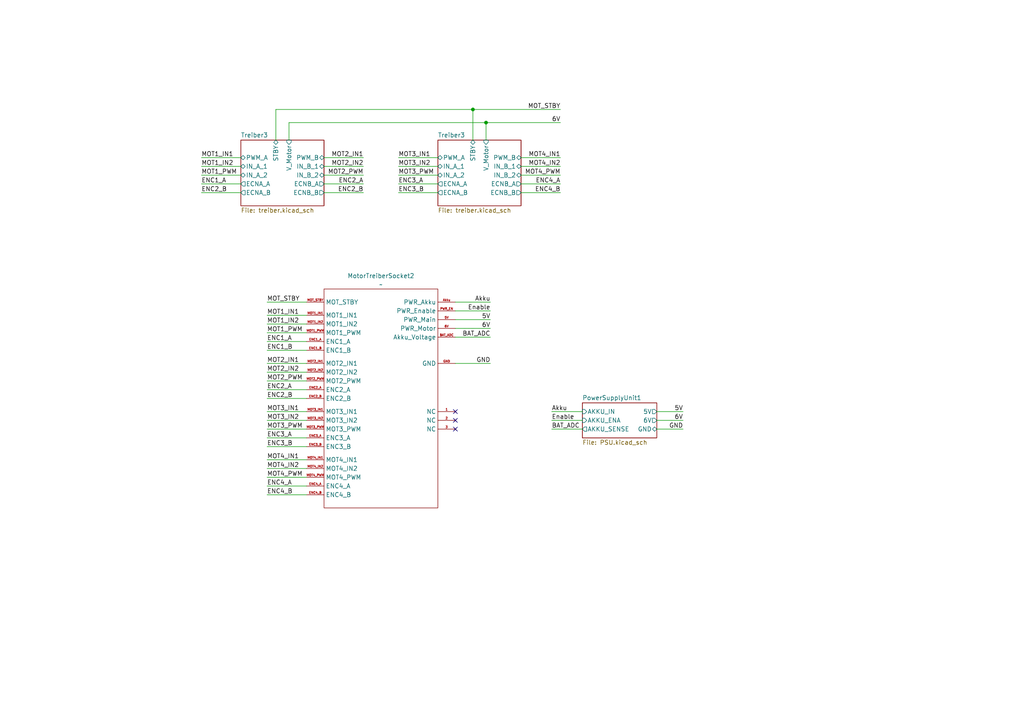
<source format=kicad_sch>
(kicad_sch (version 20250114) (generator "eeschema") (generator_version "9.0")
  (paper "A4")
  (lib_symbols
    (symbol "SocketMotor_1"
      (property "Reference" "MotorTreiberSocket" (at 1.27 33.02 0))
      (symbol "SocketMotor_1_0_1"
        (rectangle (start -16.51 30.48) (end 16.51 -33.02))
      )
      (symbol "SocketMotor_1_1_1"
        (pin input line (at -21.59 26.67 0) (length 5.08) (name "MOT_STBY") (number "MOT_STBY"))
        (pin input line (at -21.59 22.86 0) (length 5.08) (name "MOT1_IN1") (number "MOT1_IN1"))
        (pin input line (at -21.59 20.32 0) (length 5.08) (name "MOT1_IN2") (number "MOT1_IN2"))
        (pin passive line (at -21.59 17.78 0) (length 5.08) (name "MOT1_PWM") (number "MOT1_PWM"))
        (pin output line (at -21.59 15.24 0) (length 5.08) (name "ENC1_A") (number "ENC1_A"))
        (pin output line (at -21.59 12.7 0) (length 5.08) (name "ENC1_B") (number "ENC1_B"))
        (pin input line (at -21.59 8.89 0) (length 5.08) (name "MOT2_IN1") (number "MOT2_IN1"))
        (pin input line (at -21.59 6.35 0) (length 5.08) (name "MOT2_IN2") (number "MOT2_IN2"))
        (pin passive line (at -21.59 3.81 0) (length 5.08) (name "MOT2_PWM") (number "MOT2_PWM"))
        (pin output line (at -21.59 1.27 0) (length 5.08) (name "ENC2_A") (number "ENC2_A"))
        (pin output line (at -21.59 -1.27 0) (length 5.08) (name "ENC2_B") (number "ENC2_B"))
        (pin input line (at -21.59 -5.08 0) (length 5.08) (name "MOT3_IN1") (number "MOT3_IN1"))
        (pin input line (at -21.59 -7.62 0) (length 5.08) (name "MOT3_IN2") (number "MOT3_IN2"))
        (pin passive line (at -21.59 -10.16 0) (length 5.08) (name "MOT3_PWM") (number "MOT3_PWM"))
        (pin output line (at -21.59 -12.7 0) (length 5.08) (name "ENC3_A") (number "ENC3_A"))
        (pin output line (at -21.59 -15.24 0) (length 5.08) (name "ENC3_B") (number "ENC3_B"))
        (pin input line (at -21.59 -19.05 0) (length 5.08) (name "MOT4_IN1") (number "MOT4_IN1"))
        (pin input line (at -21.59 -21.59 0) (length 5.08) (name "MOT4_IN2") (number "MOT4_IN2"))
        (pin passive line (at -21.59 -24.13 0) (length 5.08) (name "MOT4_PWM") (number "MOT4_PWM"))
        (pin output line (at -21.59 -26.67 0) (length 5.08) (name "ENC4_A") (number "ENC4_A"))
        (pin output line (at -21.59 -29.21 0) (length 5.08) (name "ENC4_B") (number "ENC4_B"))
        (pin power_in line (at 21.59 26.67 180) (length 5.08) (name "PWR_Akku") (number "Akku"))
        (pin input line (at 21.59 24.13 180) (length 5.08) (name "PWR_Enable") (number "PWR_EN"))
        (pin power_out line (at 21.59 21.59 180) (length 5.08) (name "PWR_Main") (number "5V"))
        (pin power_out line (at 21.59 19.05 180) (length 5.08) (name "PWR_Motor") (number "6V"))
        (pin output line (at 21.59 16.51 180) (length 5.08) (name "Akku_Voltage") (number "BAT_ADC"))
        (pin power_out line (at 21.59 8.89 180) (length 5.08) (name "GND") (number "GND"))
        (pin no_connect line (at 21.59 -5.08 180) (length 5.08) (name "NC") (number "1"))
        (pin no_connect line (at 21.59 -7.62 180) (length 5.08) (name "NC") (number "2"))
        (pin no_connect line (at 21.59 -10.16 180) (length 5.08) (name "NC") (number "3"))
      )
    )
  )
  (junction (at 137.16 31.75))
  (junction (at 140.97 35.56))
  (no_connect (at 132.08 124.46))
  (no_connect (at 132.08 121.92))
  (no_connect (at 132.08 119.38))
  (wire (pts (xy 77.47 96.52) (xy 88.9 96.52)))
  (wire (pts (xy 77.47 143.51) (xy 88.9 143.51)))
  (wire (pts (xy 77.47 129.54) (xy 88.9 129.54)))
  (wire (pts (xy 160.02 119.38) (xy 168.91 119.38)))
  (wire (pts (xy 77.47 91.44) (xy 88.9 91.44)))
  (wire (pts (xy 132.08 92.71) (xy 142.24 92.71)))
  (wire (pts (xy 77.47 140.97) (xy 88.9 140.97)))
  (wire (pts (xy 58.42 55.88) (xy 69.85 55.88)))
  (wire (pts (xy 77.47 119.38) (xy 88.9 119.38)))
  (wire (pts (xy 115.57 45.72) (xy 127 45.72)))
  (wire (pts (xy 151.13 50.8) (xy 162.56 50.8)))
  (wire (pts (xy 137.16 40.64) (xy 137.16 31.75)))
  (wire (pts (xy 151.13 48.26) (xy 162.56 48.26)))
  (wire (pts (xy 93.98 55.88) (xy 105.41 55.88)))
  (wire (pts (xy 58.42 53.34) (xy 69.85 53.34)))
  (wire (pts (xy 137.16 31.75) (xy 162.56 31.75)))
  (wire (pts (xy 77.47 133.35) (xy 88.9 133.35)))
  (wire (pts (xy 93.98 48.26) (xy 105.41 48.26)))
  (wire (pts (xy 151.13 55.88) (xy 162.56 55.88)))
  (wire (pts (xy 151.13 45.72) (xy 162.56 45.72)))
  (wire (pts (xy 151.13 53.34) (xy 162.56 53.34)))
  (wire (pts (xy 77.47 138.43) (xy 88.9 138.43)))
  (wire (pts (xy 115.57 55.88) (xy 127 55.88)))
  (wire (pts (xy 77.47 124.46) (xy 88.9 124.46)))
  (wire (pts (xy 93.98 53.34) (xy 105.41 53.34)))
  (wire (pts (xy 160.02 121.92) (xy 168.91 121.92)))
  (wire (pts (xy 140.97 35.56) (xy 162.56 35.56)))
  (wire (pts (xy 77.47 113.03) (xy 88.9 113.03)))
  (wire (pts (xy 58.42 50.8) (xy 69.85 50.8)))
  (wire (pts (xy 115.57 53.34) (xy 127 53.34)))
  (wire (pts (xy 132.08 95.25) (xy 142.24 95.25)))
  (wire (pts (xy 132.08 105.41) (xy 142.24 105.41)))
  (wire (pts (xy 77.47 121.92) (xy 88.9 121.92)))
  (wire (pts (xy 77.47 87.63) (xy 88.9 87.63)))
  (wire (pts (xy 77.47 127) (xy 88.9 127)))
  (wire (pts (xy 83.82 40.64) (xy 83.82 35.56)))
  (wire (pts (xy 190.5 121.92) (xy 198.12 121.92)))
  (wire (pts (xy 140.97 35.56) (xy 140.97 40.64)))
  (wire (pts (xy 190.5 119.38) (xy 198.12 119.38)))
  (wire (pts (xy 80.01 31.75) (xy 137.16 31.75)))
  (wire (pts (xy 80.01 40.64) (xy 80.01 31.75)))
  (wire (pts (xy 77.47 99.06) (xy 88.9 99.06)))
  (wire (pts (xy 93.98 50.8) (xy 105.41 50.8)))
  (wire (pts (xy 93.98 45.72) (xy 105.41 45.72)))
  (wire (pts (xy 115.57 50.8) (xy 127 50.8)))
  (wire (pts (xy 160.02 124.46) (xy 168.91 124.46)))
  (wire (pts (xy 77.47 115.57) (xy 88.9 115.57)))
  (wire (pts (xy 132.08 90.17) (xy 142.24 90.17)))
  (wire (pts (xy 77.47 135.89) (xy 88.9 135.89)))
  (wire (pts (xy 77.47 107.95) (xy 88.9 107.95)))
  (wire (pts (xy 77.47 101.6) (xy 88.9 101.6)))
  (wire (pts (xy 77.47 93.98) (xy 88.9 93.98)))
  (wire (pts (xy 77.47 105.41) (xy 88.9 105.41)))
  (wire (pts (xy 58.42 45.72) (xy 69.85 45.72)))
  (wire (pts (xy 132.08 97.79) (xy 142.24 97.79)))
  (wire (pts (xy 132.08 87.63) (xy 142.24 87.63)))
  (wire (pts (xy 77.47 110.49) (xy 88.9 110.49)))
  (wire (pts (xy 58.42 48.26) (xy 69.85 48.26)))
  (wire (pts (xy 190.5 124.46) (xy 198.12 124.46)))
  (wire (pts (xy 83.82 35.56) (xy 140.97 35.56)))
  (wire (pts (xy 115.57 48.26) (xy 127 48.26)))
  (label "5V" (at 142.24 92.71 180))
  (label "MOT3_PWM" (at 115.57 50.8 0))
  (label "Akku" (at 160.02 119.38 0))
  (label "MOT1_IN1" (at 58.42 45.72 0))
  (label "ENC4_A" (at 162.56 53.34 180))
  (label "ENC3_A" (at 115.57 53.34 0))
  (label "MOT4_IN1" (at 77.47 133.35 0))
  (label "MOT4_IN2" (at 162.56 48.26 180))
  (label "MOT2_IN1" (at 105.41 45.72 180))
  (label "ENC2_A" (at 105.41 53.34 180))
  (label "6V" (at 198.12 121.92 180))
  (label "ENC2_A" (at 77.47 113.03 0))
  (label "BAT_ADC" (at 142.24 97.79 180))
  (label "ENC4_A" (at 77.47 140.97 0))
  (label "ENC2_B" (at 77.47 115.57 0))
  (label "ENC3_A" (at 77.47 127 0))
  (label "MOT3_PWM" (at 77.47 124.46 0))
  (label "Enable" (at 160.02 121.92 0))
  (label "MOT1_IN1" (at 77.47 91.44 0))
  (label "MOT4_IN1" (at 162.56 45.72 180))
  (label "MOT2_PWM" (at 77.47 110.49 0))
  (label "MOT4_PWM" (at 162.56 50.8 180))
  (label "ENC3_B" (at 115.57 55.88 0))
  (label "MOT_STBY" (at 77.47 87.63 0))
  (label "MOT_STBY" (at 162.56 31.75 180))
  (label "6V" (at 162.56 35.56 180))
  (label "MOT3_IN1" (at 115.57 45.72 0))
  (label "MOT3_IN2" (at 77.47 121.92 0))
  (label "ENC3_B" (at 77.47 129.54 0))
  (label "Enable" (at 142.24 90.17 180))
  (label "MOT4_IN2" (at 77.47 135.89 0))
  (label "MOT1_PWM" (at 58.42 50.8 0))
  (label "6V" (at 142.24 95.25 180))
  (label "ENC2_B" (at 105.41 55.88 180))
  (label "MOT4_PWM" (at 77.47 138.43 0))
  (label "ENC1_A" (at 77.47 99.06 0))
  (label "5V" (at 198.12 119.38 180))
  (label "MOT2_PWM" (at 105.41 50.8 180))
  (label "MOT3_IN1" (at 77.47 119.38 0))
  (label "MOT1_IN2" (at 77.47 93.98 0))
  (label "MOT2_IN2" (at 105.41 48.26 180))
  (label "ENC1_A" (at 58.42 53.34 0))
  (label "MOT2_IN2" (at 77.47 107.95 0))
  (label "MOT2_IN1" (at 77.47 105.41 0))
  (label "BAT_ADC" (at 160.02 124.46 0))
  (label "MOT1_PWM" (at 77.47 96.52 0))
  (label "Akku" (at 142.24 87.63 180))
  (label "ENC1_B" (at 77.47 101.6 0))
  (label "MOT3_IN2" (at 115.57 48.26 0))
  (label "ENC2_B" (at 58.42 55.88 0))
  (label "MOT1_IN2" (at 58.42 48.26 0))
  (label "ENC4_B" (at 77.47 143.51 0))
  (label "GND" (at 142.24 105.41 180))
  (label "GND" (at 198.12 124.46 180))
  (label "ENC4_B" (at 162.56 55.88 180))
  (symbol (lib_name "SocketMotor_1") (lib_id "Robotik:SocketMotor") (at 110.49 114.3 0) (unit 1)
    (property "Reference" "MotorTreiberSocket2" (at 110.49 80.01 0))
    (property "Value" "~" (at 110.49 82.55 0))
    (property "Footprint" "Robotik:SocketMotor" (effects (hide yes)))
  )
  (sheet (at 127 40.64) (size 24.13 19.05) (stroke (width 0.1524))
    (property "Sheetname" "Treiber3" (at 127 39.9284 0) (effects (justify left bottom)))
    (property "Sheetfile" "treiber.kicad_sch" (at 127 60.2746 0) (effects (justify left top)))
    (pin "IN_A_1" bidirectional (at 127 48.26 180))
    (pin "IN_A_2" bidirectional (at 127 50.8 180))
    (pin "IN_B_1" bidirectional (at 151.13 48.26 0))
    (pin "IN_B_2" bidirectional (at 151.13 50.8 0))
    (pin "PWM_A" bidirectional (at 127 45.72 180))
    (pin "PWM_B" bidirectional (at 151.13 45.72 0))
    (pin "STBY" bidirectional (at 137.16 40.64 90))
    (pin "V_Motor" input (at 140.97 40.64 90))
    (pin "ECNA_A" output (at 127 53.34 180))
    (pin "ECNA_B" output (at 127 55.88 180))
    (pin "ECNB_A" output (at 151.13 53.34 0))
    (pin "ECNB_B" output (at 151.13 55.88 0))
  )
  (sheet (at 69.85 40.64) (size 24.13 19.05) (stroke (width 0.1524))
    (property "Sheetname" "Treiber3" (at 69.85 39.9284 0) (effects (justify left bottom)))
    (property "Sheetfile" "treiber.kicad_sch" (at 69.85 60.2746 0) (effects (justify left top)))
    (pin "IN_A_1" bidirectional (at 69.85 48.26 180))
    (pin "IN_A_2" bidirectional (at 69.85 50.8 180))
    (pin "IN_B_1" bidirectional (at 93.98 48.26 0))
    (pin "IN_B_2" bidirectional (at 93.98 50.8 0))
    (pin "PWM_A" bidirectional (at 69.85 45.72 180))
    (pin "PWM_B" bidirectional (at 93.98 45.72 0))
    (pin "STBY" bidirectional (at 80.01 40.64 90))
    (pin "V_Motor" input (at 83.82 40.64 90))
    (pin "ECNA_A" output (at 69.85 53.34 180))
    (pin "ECNA_B" output (at 69.85 55.88 180))
    (pin "ECNB_A" output (at 93.98 53.34 0))
    (pin "ECNB_B" output (at 93.98 55.88 0))
  )
  (sheet (at 168.91 116.84) (size 21.59 10.16) (stroke (width 0.1524))
    (property "Sheetname" "PowerSupplyUnit1" (at 168.91 116.1284 0) (effects (justify left bottom)))
    (property "Sheetfile" "PSU.kicad_sch" (at 168.91 127.5846 0) (effects (justify left top)))
    (pin "AKKU_ENA" input (at 168.91 121.92 180))
    (pin "AKKU_IN" input (at 168.91 119.38 180))
    (pin "5V" output (at 190.5 119.38 0))
    (pin "6V" output (at 190.5 121.92 0))
    (pin "GND" bidirectional (at 190.5 124.46 0))
    (pin "AKKU_SENSE" output (at 168.91 124.46 180))
  )
)
</source>
